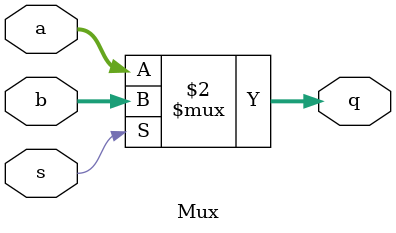
<source format=v>
module Mux(
input [31:0] a, b,
input s,
output [31:0] q
 );
 
   assign q = (s == 1'b0) ? a : b;
    
endmodule

</source>
